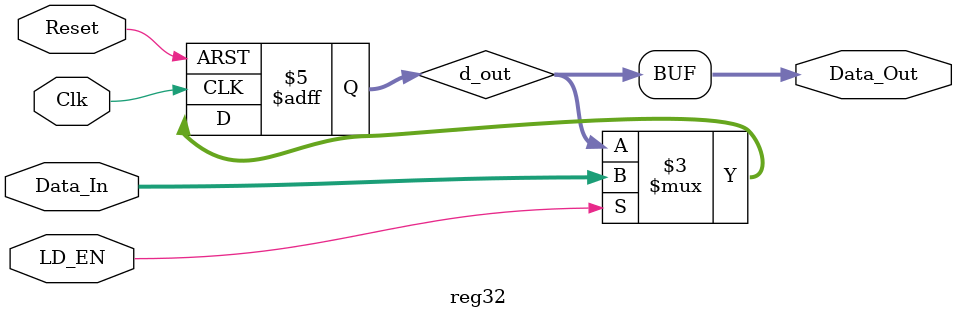
<source format=sv>
module reg32 #(WIDTH=32) (input logic Clk, Reset, LD_EN,
								  input logic signed [WIDTH-1:0] Data_In,
								  output logic signed [WIDTH-1:0] Data_Out);	

	 logic [WIDTH-1:0] d_out;
	 assign Data_Out = d_out;
    always_ff @ (posedge Clk or negedge Reset)	
    begin
	 	 if (~Reset)
			  d_out <= 0;
		 else if (LD_EN)
			  d_out <= Data_In;
	 end

endmodule

</source>
